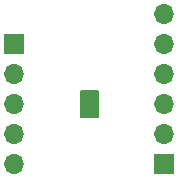
<source format=gbr>
%TF.GenerationSoftware,KiCad,Pcbnew,5.1.7-a382d34a8~87~ubuntu20.04.1*%
%TF.CreationDate,2020-11-06T18:30:14+02:00*%
%TF.ProjectId,BRK-VSON-10-1EP-3x3-P0.5-EP1.65x2.4,42524b2d-5653-44f4-9e2d-31302d314550,v1.0*%
%TF.SameCoordinates,Original*%
%TF.FileFunction,Copper,L2,Bot*%
%TF.FilePolarity,Positive*%
%FSLAX46Y46*%
G04 Gerber Fmt 4.6, Leading zero omitted, Abs format (unit mm)*
G04 Created by KiCad (PCBNEW 5.1.7-a382d34a8~87~ubuntu20.04.1) date 2020-11-06 18:30:14*
%MOMM*%
%LPD*%
G01*
G04 APERTURE LIST*
%TA.AperFunction,ComponentPad*%
%ADD10O,1.700000X1.700000*%
%TD*%
%TA.AperFunction,ComponentPad*%
%ADD11R,1.700000X1.700000*%
%TD*%
%TA.AperFunction,ViaPad*%
%ADD12C,0.600000*%
%TD*%
%TA.AperFunction,Conductor*%
%ADD13C,0.200000*%
%TD*%
%TA.AperFunction,Conductor*%
%ADD14C,0.150000*%
%TD*%
G04 APERTURE END LIST*
D10*
%TO.P,J2,6*%
%TO.N,EP*%
X106350000Y-92380000D03*
%TO.P,J2,5*%
%TO.N,PIN10*%
X106350000Y-94920000D03*
%TO.P,J2,4*%
%TO.N,PIN9*%
X106350000Y-97460000D03*
%TO.P,J2,3*%
%TO.N,PIN8*%
X106350000Y-100000000D03*
%TO.P,J2,2*%
%TO.N,PIN7*%
X106350000Y-102540000D03*
D11*
%TO.P,J2,1*%
%TO.N,PIN6*%
X106350000Y-105080000D03*
%TD*%
D10*
%TO.P,J1,5*%
%TO.N,PIN5*%
X93650000Y-105080000D03*
%TO.P,J1,4*%
%TO.N,PIN4*%
X93650000Y-102540000D03*
%TO.P,J1,3*%
%TO.N,PIN3*%
X93650000Y-100000000D03*
%TO.P,J1,2*%
%TO.N,PIN2*%
X93650000Y-97460000D03*
D11*
%TO.P,J1,1*%
%TO.N,PIN1*%
X93650000Y-94920000D03*
%TD*%
D12*
%TO.N,EP*%
X100000000Y-100000000D03*
%TD*%
D13*
%TO.N,EP*%
X100725000Y-101100000D02*
X99275000Y-101100000D01*
X99275000Y-98900000D01*
X100725000Y-98900000D01*
X100725000Y-101100000D01*
%TA.AperFunction,Conductor*%
D14*
G36*
X100725000Y-101100000D02*
G01*
X99275000Y-101100000D01*
X99275000Y-98900000D01*
X100725000Y-98900000D01*
X100725000Y-101100000D01*
G37*
%TD.AperFunction*%
%TD*%
M02*

</source>
